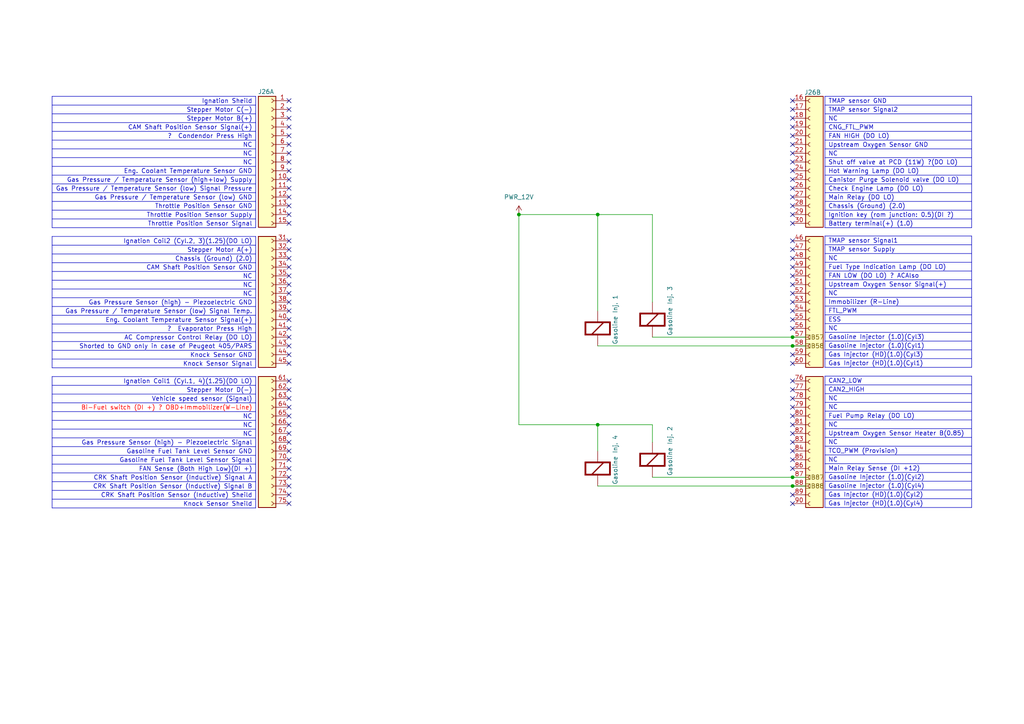
<source format=kicad_sch>
(kicad_sch (version 20250114) (generator "eeschema") (generator_version "9.0")
  (paper "A4")
  (lib_symbols
    (symbol "Elektuur_1:Re" (pin_numbers (hide yes)) (pin_names (offset 0) (hide yes))
      (property "Reference" "Re" (at 0.635 3.175 0))
      (property "Value" "Re" (at 0.635 -3.175 0))
      (symbol "Re_1_0"
        (pin passive line (at 0 5.08 270) (length 3.175) (name "+") (number "1"))
        (pin passive line (at 0 -5.08 90) (length 3.175) (name "-") (number "2"))
      )
      (symbol "Re_1_1"
        (polyline (pts (xy -3.683 -1.905) (xy 3.683 -1.905) (xy 3.683 1.905) (xy -3.683 1.905) (xy -3.683 -1.905) (xy -3.429 -1.651) (xy -3.429 1.651) (xy 3.429 1.651) (xy 3.429 -1.651) (xy -3.429 -1.651) (xy -3.683 -1.905)) (stroke (width 0.254)) (fill (type outline)))
        (polyline (pts (xy -1.778 -1.778) (xy 1.778 1.778)) (stroke (width 0.3556)))
      )
      (symbol "Re_1_2"
        (polyline (pts (xy -3.683 -1.905) (xy 3.683 -1.905) (xy 3.683 1.905) (xy -3.683 1.905) (xy -3.683 -1.905) (xy -3.429 -1.651) (xy -3.429 1.651) (xy 3.429 1.651) (xy 3.429 -1.651) (xy -3.429 -1.651) (xy -3.683 -1.905)) (stroke (width 0.254)) (fill (type outline)))
      )
    )
    (symbol "fab:PWR_12V" (power) (pin_names (offset 0))
      (property "Value" "PWR_12V" (at 0 3.556 0))
      (symbol "PWR_12V_0_1"
        (polyline (pts (xy -0.762 1.27) (xy 0 2.54)))
        (polyline (pts (xy 0 2.54) (xy 0.762 1.27)))
        (polyline (pts (xy 0 0) (xy 0 2.54)))
      )
      (symbol "PWR_12V_1_1"
        (pin power_in line (at 0 0 90) (length 0) (hide yes) (name "PWR_12V") (number "1"))
      )
    )
    (symbol "sicma_socket:Conn_01x90_3Row_Socket" (pin_names (offset 1.016) (hide yes))
      (property "Reference" "J" (at 1.524 60.833 0))
      (property "Value" "Conn_01x90_3Row_Socket" (at 1.397 -61.214 0))
      (symbol "Conn_01x90_3Row_Socket_1_1"
        (rectangle (start -0.508 59.69) (end 4.572 21.717) (stroke (width 0.254)) (fill (type background)))
        (polyline (pts (xy -0.508 58.42) (xy 0.254 58.42)) (stroke (width 0.1524)))
        (polyline (pts (xy -0.508 55.88) (xy 0.254 55.88)) (stroke (width 0.1524)))
        (polyline (pts (xy -0.508 53.34) (xy 0.254 53.34)) (stroke (width 0.1524)))
        (polyline (pts (xy -0.508 50.8) (xy 0.254 50.8)) (stroke (width 0.1524)))
        (polyline (pts (xy -0.508 48.26) (xy 0.254 48.26)) (stroke (width 0.1524)))
        (polyline (pts (xy -0.508 45.72) (xy 0.254 45.72)) (stroke (width 0.1524)))
        (polyline (pts (xy -0.508 43.18) (xy 0.254 43.18)) (stroke (width 0.1524)))
        (polyline (pts (xy -0.508 40.64) (xy 0.254 40.64)) (stroke (width 0.1524)))
        (polyline (pts (xy -0.508 38.1) (xy 0.254 38.1)) (stroke (width 0.1524)))
        (polyline (pts (xy -0.508 35.56) (xy 0.254 35.56)) (stroke (width 0.1524)))
        (polyline (pts (xy -0.508 33.02) (xy 0.254 33.02)) (stroke (width 0.1524)))
        (polyline (pts (xy -0.508 30.48) (xy 0.254 30.48)) (stroke (width 0.1524)))
        (polyline (pts (xy -0.508 27.94) (xy 0.254 27.94)) (stroke (width 0.1524)))
        (polyline (pts (xy -0.508 25.4) (xy 0.254 25.4)) (stroke (width 0.1524)))
        (polyline (pts (xy -0.508 22.86) (xy 0.254 22.86)) (stroke (width 0.1524)))
        (rectangle (start -0.508 19.05) (end 4.572 -18.923) (stroke (width 0.254)) (fill (type background)))
        (polyline (pts (xy -0.508 17.78) (xy 0.254 17.78)) (stroke (width 0.1524)))
        (polyline (pts (xy -0.508 15.24) (xy 0.254 15.24)) (stroke (width 0.1524)))
        (polyline (pts (xy -0.508 12.7) (xy 0.254 12.7)) (stroke (width 0.1524)))
        (polyline (pts (xy -0.508 10.16) (xy 0.254 10.16)) (stroke (width 0.1524)))
        (polyline (pts (xy -0.508 7.62) (xy 0.254 7.62)) (stroke (width 0.1524)))
        (polyline (pts (xy -0.508 5.08) (xy 0.254 5.08)) (stroke (width 0.1524)))
        (polyline (pts (xy -0.508 2.54) (xy 0.254 2.54)) (stroke (width 0.1524)))
        (polyline (pts (xy -0.508 0) (xy 0.254 0)) (stroke (width 0.1524)))
        (polyline (pts (xy -0.508 -2.54) (xy 0.254 -2.54)) (stroke (width 0.1524)))
        (polyline (pts (xy -0.508 -5.08) (xy 0.254 -5.08)) (stroke (width 0.1524)))
        (polyline (pts (xy -0.508 -7.62) (xy 0.254 -7.62)) (stroke (width 0.1524)))
        (polyline (pts (xy -0.508 -10.16) (xy 0.254 -10.16)) (stroke (width 0.1524)))
        (polyline (pts (xy -0.508 -12.7) (xy 0.254 -12.7)) (stroke (width 0.1524)))
        (polyline (pts (xy -0.508 -15.24) (xy 0.254 -15.24)) (stroke (width 0.1524)))
        (polyline (pts (xy -0.508 -17.78) (xy 0.254 -17.78)) (stroke (width 0.1524)))
        (rectangle (start -0.508 -21.59) (end 4.572 -59.563) (stroke (width 0.254)) (fill (type background)))
        (polyline (pts (xy -0.508 -22.86) (xy 0.254 -22.86)) (stroke (width 0.1524)))
        (polyline (pts (xy -0.508 -25.4) (xy 0.254 -25.4)) (stroke (width 0.1524)))
        (polyline (pts (xy -0.508 -27.94) (xy 0.254 -27.94)) (stroke (width 0.1524)))
        (polyline (pts (xy -0.508 -30.48) (xy 0.254 -30.48)) (stroke (width 0.1524)))
        (polyline (pts (xy -0.508 -33.02) (xy 0.254 -33.02)) (stroke (width 0.1524)))
        (polyline (pts (xy -0.508 -35.56) (xy 0.254 -35.56)) (stroke (width 0.1524)))
        (polyline (pts (xy -0.508 -38.1) (xy 0.254 -38.1)) (stroke (width 0.1524)))
        (polyline (pts (xy -0.508 -40.64) (xy 0.254 -40.64)) (stroke (width 0.1524)))
        (polyline (pts (xy -0.508 -43.18) (xy 0.254 -43.18)) (stroke (width 0.1524)))
        (polyline (pts (xy -0.508 -45.72) (xy 0.254 -45.72)) (stroke (width 0.1524)))
        (polyline (pts (xy -0.508 -48.26) (xy 0.254 -48.26)) (stroke (width 0.1524)))
        (polyline (pts (xy -0.508 -50.8) (xy 0.254 -50.8)) (stroke (width 0.1524)))
        (polyline (pts (xy -0.508 -53.34) (xy 0.254 -53.34)) (stroke (width 0.1524)))
        (polyline (pts (xy -0.508 -55.88) (xy 0.254 -55.88)) (stroke (width 0.1524)))
        (polyline (pts (xy -0.508 -58.42) (xy 0.254 -58.42)) (stroke (width 0.1524)))
        (arc (start 0.762 57.912) (mid 0.2562 58.42) (end 0.762 58.928) (stroke (width 0.1524)))
        (arc (start 0.762 55.372) (mid 0.2562 55.88) (end 0.762 56.388) (stroke (width 0.1524)))
        (arc (start 0.762 52.832) (mid 0.2562 53.34) (end 0.762 53.848) (stroke (width 0.1524)))
        (arc (start 0.762 50.292) (mid 0.2562 50.8) (end 0.762 51.308) (stroke (width 0.1524)))
        (arc (start 0.762 47.752) (mid 0.2562 48.26) (end 0.762 48.768) (stroke (width 0.1524)))
        (arc (start 0.762 45.212) (mid 0.2562 45.72) (end 0.762 46.228) (stroke (width 0.1524)))
        (arc (start 0.762 42.672) (mid 0.2562 43.18) (end 0.762 43.688) (stroke (width 0.1524)))
        (arc (start 0.762 40.132) (mid 0.2562 40.64) (end 0.762 41.148) (stroke (width 0.1524)))
        (arc (start 0.762 37.592) (mid 0.2562 38.1) (end 0.762 38.608) (stroke (width 0.1524)))
        (arc (start 0.762 35.052) (mid 0.2562 35.56) (end 0.762 36.068) (stroke (width 0.1524)))
        (arc (start 0.762 32.512) (mid 0.2562 33.02) (end 0.762 33.528) (stroke (width 0.1524)))
        (arc (start 0.762 29.972) (mid 0.2562 30.48) (end 0.762 30.988) (stroke (width 0.1524)))
        (arc (start 0.762 27.432) (mid 0.2562 27.94) (end 0.762 28.448) (stroke (width 0.1524)))
        (arc (start 0.762 24.892) (mid 0.2562 25.4) (end 0.762 25.908) (stroke (width 0.1524)))
        (arc (start 0.762 22.352) (mid 0.2562 22.86) (end 0.762 23.368) (stroke (width 0.1524)))
        (arc (start 0.762 17.272) (mid 0.2562 17.78) (end 0.762 18.288) (stroke (width 0.1524)))
        (arc (start 0.762 14.732) (mid 0.2562 15.24) (end 0.762 15.748) (stroke (width 0.1524)))
        (arc (start 0.762 12.192) (mid 0.2562 12.7) (end 0.762 13.208) (stroke (width 0.1524)))
        (arc (start 0.762 9.652) (mid 0.2562 10.16) (end 0.762 10.668) (stroke (width 0.1524)))
        (arc (start 0.762 7.112) (mid 0.2562 7.62) (end 0.762 8.128) (stroke (width 0.1524)))
        (arc (start 0.762 4.572) (mid 0.2562 5.08) (end 0.762 5.588) (stroke (width 0.1524)))
        (arc (start 0.762 2.032) (mid 0.2562 2.54) (end 0.762 3.048) (stroke (width 0.1524)))
        (arc (start 0.762 -0.508) (mid 0.2562 0) (end 0.762 0.508) (stroke (width 0.1524)))
        (arc (start 0.762 -3.048) (mid 0.2562 -2.54) (end 0.762 -2.032) (stroke (width 0.1524)))
        (arc (start 0.762 -5.588) (mid 0.2562 -5.08) (end 0.762 -4.572) (stroke (width 0.1524)))
        (arc (start 0.762 -8.128) (mid 0.2562 -7.62) (end 0.762 -7.112) (stroke (width 0.1524)))
        (arc (start 0.762 -10.668) (mid 0.2562 -10.16) (end 0.762 -9.652) (stroke (width 0.1524)))
        (arc (start 0.762 -13.208) (mid 0.2562 -12.7) (end 0.762 -12.192) (stroke (width 0.1524)))
        (arc (start 0.762 -15.748) (mid 0.2562 -15.24) (end 0.762 -14.732) (stroke (width 0.1524)))
        (arc (start 0.762 -18.288) (mid 0.2562 -17.78) (end 0.762 -17.272) (stroke (width 0.1524)))
        (arc (start 0.762 -23.368) (mid 0.2562 -22.86) (end 0.762 -22.352) (stroke (width 0.1524)))
        (arc (start 0.762 -25.908) (mid 0.2562 -25.4) (end 0.762 -24.892) (stroke (width 0.1524)))
        (arc (start 0.762 -28.448) (mid 0.2562 -27.94) (end 0.762 -27.432) (stroke (width 0.1524)))
        (arc (start 0.762 -30.988) (mid 0.2562 -30.48) (end 0.762 -29.972) (stroke (width 0.1524)))
        (arc (start 0.762 -33.528) (mid 0.2562 -33.02) (end 0.762 -32.512) (stroke (width 0.1524)))
        (arc (start 0.762 -36.068) (mid 0.2562 -35.56) (end 0.762 -35.052) (stroke (width 0.1524)))
        (arc (start 0.762 -38.608) (mid 0.2562 -38.1) (end 0.762 -37.592) (stroke (width 0.1524)))
        (arc (start 0.762 -41.148) (mid 0.2562 -40.64) (end 0.762 -40.132) (stroke (width 0.1524)))
        (arc (start 0.762 -43.688) (mid 0.2562 -43.18) (end 0.762 -42.672) (stroke (width 0.1524)))
        (arc (start 0.762 -46.228) (mid 0.2562 -45.72) (end 0.762 -45.212) (stroke (width 0.1524)))
        (arc (start 0.762 -48.768) (mid 0.2562 -48.26) (end 0.762 -47.752) (stroke (width 0.1524)))
        (arc (start 0.762 -51.308) (mid 0.2562 -50.8) (end 0.762 -50.292) (stroke (width 0.1524)))
        (arc (start 0.762 -53.848) (mid 0.2562 -53.34) (end 0.762 -52.832) (stroke (width 0.1524)))
        (arc (start 0.762 -56.388) (mid 0.2562 -55.88) (end 0.762 -55.372) (stroke (width 0.1524)))
        (arc (start 0.762 -58.928) (mid 0.2562 -58.42) (end 0.762 -57.912) (stroke (width 0.1524)))
        (pin passive line (at -4.318 58.42 0) (length 3.81) (name "A1") (number "1"))
        (pin passive line (at -4.318 55.88 0) (length 3.81) (name "A2") (number "2"))
        (pin passive line (at -4.318 53.34 0) (length 3.81) (name "A3") (number "3"))
        (pin passive line (at -4.318 50.8 0) (length 3.81) (name "A4") (number "4"))
        (pin passive line (at -4.318 48.26 0) (length 3.81) (name "A5") (number "5"))
        (pin passive line (at -4.318 45.72 0) (length 3.81) (name "A6") (number "6"))
        (pin passive line (at -4.318 43.18 0) (length 3.81) (name "A7") (number "7"))
        (pin passive line (at -4.318 40.64 0) (length 3.81) (name "A8") (number "8"))
        (pin passive line (at -4.318 38.1 0) (length 3.81) (name "A9") (number "9"))
        (pin passive line (at -4.318 35.56 0) (length 3.81) (name "A10") (number "10"))
        (pin passive line (at -4.318 33.02 0) (length 3.81) (name "A11") (number "11"))
        (pin passive line (at -4.318 30.48 0) (length 3.81) (name "A12") (number "12"))
        (pin passive line (at -4.318 27.94 0) (length 3.81) (name "A13") (number "13"))
        (pin passive line (at -4.318 25.4 0) (length 3.81) (name "A14") (number "14"))
        (pin passive line (at -4.318 22.86 0) (length 3.81) (name "A15") (number "15"))
        (pin passive line (at -4.318 17.78 0) (length 3.81) (name "A31") (number "31"))
        (pin passive line (at -4.318 15.24 0) (length 3.81) (name "A32") (number "32"))
        (pin passive line (at -4.318 12.7 0) (length 3.81) (name "A33") (number "33"))
        (pin passive line (at -4.318 10.16 0) (length 3.81) (name "A34") (number "34"))
        (pin passive line (at -4.318 7.62 0) (length 3.81) (name "A35") (number "35"))
        (pin passive line (at -4.318 5.08 0) (length 3.81) (name "A36") (number "36"))
        (pin passive line (at -4.318 2.54 0) (length 3.81) (name "A37") (number "37"))
        (pin passive line (at -4.318 0 0) (length 3.81) (name "A38") (number "38"))
        (pin passive line (at -4.318 -2.54 0) (length 3.81) (name "A39") (number "39"))
        (pin passive line (at -4.318 -5.08 0) (length 3.81) (name "A40") (number "40"))
        (pin passive line (at -4.318 -7.62 0) (length 3.81) (name "A41") (number "41"))
        (pin passive line (at -4.318 -10.16 0) (length 3.81) (name "A42") (number "42"))
        (pin passive line (at -4.318 -12.7 0) (length 3.81) (name "A43") (number "43"))
        (pin passive line (at -4.318 -15.24 0) (length 3.81) (name "A44") (number "44"))
        (pin passive line (at -4.318 -17.78 0) (length 3.81) (name "A45") (number "45"))
        (pin passive line (at -4.318 -22.86 0) (length 3.81) (name "A61") (number "61"))
        (pin passive line (at -4.318 -25.4 0) (length 3.81) (name "A62") (number "62"))
        (pin passive line (at -4.318 -27.94 0) (length 3.81) (name "A63") (number "63"))
        (pin passive line (at -4.318 -30.48 0) (length 3.81) (name "A64") (number "64"))
        (pin passive line (at -4.318 -33.02 0) (length 3.81) (name "A65") (number "65"))
        (pin passive line (at -4.318 -35.56 0) (length 3.81) (name "A66") (number "66"))
        (pin passive line (at -4.318 -38.1 0) (length 3.81) (name "A67") (number "67"))
        (pin passive line (at -4.318 -40.64 0) (length 3.81) (name "A68") (number "68"))
        (pin passive line (at -4.318 -43.18 0) (length 3.81) (name "A69") (number "69"))
        (pin passive line (at -4.318 -45.72 0) (length 3.81) (name "A70") (number "70"))
        (pin passive line (at -4.318 -48.26 0) (length 3.81) (name "A71") (number "71"))
        (pin passive line (at -4.318 -50.8 0) (length 3.81) (name "A72") (number "72"))
        (pin passive line (at -4.318 -53.34 0) (length 3.81) (name "A73") (number "73"))
        (pin passive line (at -4.318 -55.88 0) (length 3.81) (name "A74") (number "74"))
        (pin passive line (at -4.318 -58.42 0) (length 3.81) (name "A75") (number "75"))
      )
      (symbol "Conn_01x90_3Row_Socket_2_1"
        (rectangle (start -0.508 59.69) (end 4.572 21.717) (stroke (width 0.254)) (fill (type background)))
        (polyline (pts (xy -0.508 58.42) (xy 0.254 58.42)) (stroke (width 0.1524)))
        (polyline (pts (xy -0.508 55.88) (xy 0.254 55.88)) (stroke (width 0.1524)))
        (polyline (pts (xy -0.508 53.34) (xy 0.254 53.34)) (stroke (width 0.1524)))
        (polyline (pts (xy -0.508 50.8) (xy 0.254 50.8)) (stroke (width 0.1524)))
        (polyline (pts (xy -0.508 48.26) (xy 0.254 48.26)) (stroke (width 0.1524)))
        (polyline (pts (xy -0.508 45.72) (xy 0.254 45.72)) (stroke (width 0.1524)))
        (polyline (pts (xy -0.508 43.18) (xy 0.254 43.18)) (stroke (width 0.1524)))
        (polyline (pts (xy -0.508 40.64) (xy 0.254 40.64)) (stroke (width 0.1524)))
        (polyline (pts (xy -0.508 38.1) (xy 0.254 38.1)) (stroke (width 0.1524)))
        (polyline (pts (xy -0.508 35.56) (xy 0.254 35.56)) (stroke (width 0.1524)))
        (polyline (pts (xy -0.508 33.02) (xy 0.254 33.02)) (stroke (width 0.1524)))
        (polyline (pts (xy -0.508 30.48) (xy 0.254 30.48)) (stroke (width 0.1524)))
        (polyline (pts (xy -0.508 27.94) (xy 0.254 27.94)) (stroke (width 0.1524)))
        (polyline (pts (xy -0.508 25.4) (xy 0.254 25.4)) (stroke (width 0.1524)))
        (polyline (pts (xy -0.508 22.86) (xy 0.254 22.86)) (stroke (width 0.1524)))
        (rectangle (start -0.508 19.05) (end 4.572 -18.923) (stroke (width 0.254)) (fill (type background)))
        (polyline (pts (xy -0.508 17.78) (xy 0.254 17.78)) (stroke (width 0.1524)))
        (polyline (pts (xy -0.508 15.24) (xy 0.254 15.24)) (stroke (width 0.1524)))
        (polyline (pts (xy -0.508 12.7) (xy 0.254 12.7)) (stroke (width 0.1524)))
        (polyline (pts (xy -0.508 10.16) (xy 0.254 10.16)) (stroke (width 0.1524)))
        (polyline (pts (xy -0.508 7.62) (xy 0.254 7.62)) (stroke (width 0.1524)))
        (polyline (pts (xy -0.508 5.08) (xy 0.254 5.08)) (stroke (width 0.1524)))
        (polyline (pts (xy -0.508 2.54) (xy 0.254 2.54)) (stroke (width 0.1524)))
        (polyline (pts (xy -0.508 0) (xy 0.254 0)) (stroke (width 0.1524)))
        (polyline (pts (xy -0.508 -2.54) (xy 0.254 -2.54)) (stroke (width 0.1524)))
        (polyline (pts (xy -0.508 -5.08) (xy 0.254 -5.08)) (stroke (width 0.1524)))
        (polyline (pts (xy -0.508 -7.62) (xy 0.254 -7.62)) (stroke (width 0.1524)))
        (polyline (pts (xy -0.508 -10.16) (xy 0.254 -10.16)) (stroke (width 0.1524)))
        (polyline (pts (xy -0.508 -12.7) (xy 0.254 -12.7)) (stroke (width 0.1524)))
        (polyline (pts (xy -0.508 -15.24) (xy 0.254 -15.24)) (stroke (width 0.1524)))
        (polyline (pts (xy -0.508 -17.78) (xy 0.254 -17.78)) (stroke (width 0.1524)))
        (rectangle (start -0.508 -21.59) (end 4.572 -59.563) (stroke (width 0.254)) (fill (type background)))
        (polyline (pts (xy -0.508 -22.86) (xy 0.254 -22.86)) (stroke (width 0.1524)))
        (polyline (pts (xy -0.508 -25.4) (xy 0.254 -25.4)) (stroke (width 0.1524)))
        (polyline (pts (xy -0.508 -27.94) (xy 0.254 -27.94)) (stroke (width 0.1524)))
        (polyline (pts (xy -0.508 -30.48) (xy 0.254 -30.48)) (stroke (width 0.1524)))
        (polyline (pts (xy -0.508 -33.02) (xy 0.254 -33.02)) (stroke (width 0.1524)))
        (polyline (pts (xy -0.508 -35.56) (xy 0.254 -35.56)) (stroke (width 0.1524)))
        (polyline (pts (xy -0.508 -38.1) (xy 0.254 -38.1)) (stroke (width 0.1524)))
        (polyline (pts (xy -0.508 -40.64) (xy 0.254 -40.64)) (stroke (width 0.1524)))
        (polyline (pts (xy -0.508 -43.18) (xy 0.254 -43.18)) (stroke (width 0.1524)))
        (polyline (pts (xy -0.508 -45.72) (xy 0.254 -45.72)) (stroke (width 0.1524)))
        (polyline (pts (xy -0.508 -48.26) (xy 0.254 -48.26)) (stroke (width 0.1524)))
        (polyline (pts (xy -0.508 -50.8) (xy 0.254 -50.8)) (stroke (width 0.1524)))
        (polyline (pts (xy -0.508 -53.34) (xy 0.254 -53.34)) (stroke (width 0.1524)))
        (polyline (pts (xy -0.508 -55.88) (xy 0.254 -55.88)) (stroke (width 0.1524)))
        (polyline (pts (xy -0.508 -58.42) (xy 0.254 -58.42)) (stroke (width 0.1524)))
        (arc (start 0.762 57.912) (mid 0.2562 58.42) (end 0.762 58.928) (stroke (width 0.1524)))
        (arc (start 0.762 55.372) (mid 0.2562 55.88) (end 0.762 56.388) (stroke (width 0.1524)))
        (arc (start 0.762 52.832) (mid 0.2562 53.34) (end 0.762 53.848) (stroke (width 0.1524)))
        (arc (start 0.762 50.292) (mid 0.2562 50.8) (end 0.762 51.308) (stroke (width 0.1524)))
        (arc (start 0.762 47.752) (mid 0.2562 48.26) (end 0.762 48.768) (stroke (width 0.1524)))
        (arc (start 0.762 45.212) (mid 0.2562 45.72) (end 0.762 46.228) (stroke (width 0.1524)))
        (arc (start 0.762 42.672) (mid 0.2562 43.18) (end 0.762 43.688) (stroke (width 0.1524)))
        (arc (start 0.762 40.132) (mid 0.2562 40.64) (end 0.762 41.148) (stroke (width 0.1524)))
        (arc (start 0.762 37.592) (mid 0.2562 38.1) (end 0.762 38.608) (stroke (width 0.1524)))
        (arc (start 0.762 35.052) (mid 0.2562 35.56) (end 0.762 36.068) (stroke (width 0.1524)))
        (arc (start 0.762 32.512) (mid 0.2562 33.02) (end 0.762 33.528) (stroke (width 0.1524)))
        (arc (start 0.762 29.972) (mid 0.2562 30.48) (end 0.762 30.988) (stroke (width 0.1524)))
        (arc (start 0.762 27.432) (mid 0.2562 27.94) (end 0.762 28.448) (stroke (width 0.1524)))
        (arc (start 0.762 24.892) (mid 0.2562 25.4) (end 0.762 25.908) (stroke (width 0.1524)))
        (arc (start 0.762 22.352) (mid 0.2562 22.86) (end 0.762 23.368) (stroke (width 0.1524)))
        (arc (start 0.762 17.272) (mid 0.2562 17.78) (end 0.762 18.288) (stroke (width 0.1524)))
        (arc (start 0.762 14.732) (mid 0.2562 15.24) (end 0.762 15.748) (stroke (width 0.1524)))
        (arc (start 0.762 12.192) (mid 0.2562 12.7) (end 0.762 13.208) (stroke (width 0.1524)))
        (arc (start 0.762 9.652) (mid 0.2562 10.16) (end 0.762 10.668) (stroke (width 0.1524)))
        (arc (start 0.762 7.112) (mid 0.2562 7.62) (end 0.762 8.128) (stroke (width 0.1524)))
        (arc (start 0.762 4.572) (mid 0.2562 5.08) (end 0.762 5.588) (stroke (width 0.1524)))
        (arc (start 0.762 2.032) (mid 0.2562 2.54) (end 0.762 3.048) (stroke (width 0.1524)))
        (arc (start 0.762 -0.508) (mid 0.2562 0) (end 0.762 0.508) (stroke (width 0.1524)))
        (arc (start 0.762 -3.048) (mid 0.2562 -2.54) (end 0.762 -2.032) (stroke (width 0.1524)))
        (arc (start 0.762 -5.588) (mid 0.2562 -5.08) (end 0.762 -4.572) (stroke (width 0.1524)))
        (arc (start 0.762 -8.128) (mid 0.2562 -7.62) (end 0.762 -7.112) (stroke (width 0.1524)))
        (arc (start 0.762 -10.668) (mid 0.2562 -10.16) (end 0.762 -9.652) (stroke (width 0.1524)))
        (arc (start 0.762 -13.208) (mid 0.2562 -12.7) (end 0.762 -12.192) (stroke (width 0.1524)))
        (arc (start 0.762 -15.748) (mid 0.2562 -15.24) (end 0.762 -14.732) (stroke (width 0.1524)))
        (arc (start 0.762 -18.288) (mid 0.2562 -17.78) (end 0.762 -17.272) (stroke (width 0.1524)))
        (arc (start 0.762 -23.368) (mid 0.2562 -22.86) (end 0.762 -22.352) (stroke (width 0.1524)))
        (arc (start 0.762 -25.908) (mid 0.2562 -25.4) (end 0.762 -24.892) (stroke (width 0.1524)))
        (arc (start 0.762 -28.448) (mid 0.2562 -27.94) (end 0.762 -27.432) (stroke (width 0.1524)))
        (arc (start 0.762 -30.988) (mid 0.2562 -30.48) (end 0.762 -29.972) (stroke (width 0.1524)))
        (arc (start 0.762 -33.528) (mid 0.2562 -33.02) (end 0.762 -32.512) (stroke (width 0.1524)))
        (arc (start 0.762 -36.068) (mid 0.2562 -35.56) (end 0.762 -35.052) (stroke (width 0.1524)))
        (arc (start 0.762 -38.608) (mid 0.2562 -38.1) (end 0.762 -37.592) (stroke (width 0.1524)))
        (arc (start 0.762 -41.148) (mid 0.2562 -40.64) (end 0.762 -40.132) (stroke (width 0.1524)))
        (arc (start 0.762 -43.688) (mid 0.2562 -43.18) (end 0.762 -42.672) (stroke (width 0.1524)))
        (arc (start 0.762 -46.228) (mid 0.2562 -45.72) (end 0.762 -45.212) (stroke (width 0.1524)))
        (arc (start 0.762 -48.768) (mid 0.2562 -48.26) (end 0.762 -47.752) (stroke (width 0.1524)))
        (arc (start 0.762 -51.308) (mid 0.2562 -50.8) (end 0.762 -50.292) (stroke (width 0.1524)))
        (arc (start 0.762 -53.848) (mid 0.2562 -53.34) (end 0.762 -52.832) (stroke (width 0.1524)))
        (arc (start 0.762 -56.388) (mid 0.2562 -55.88) (end 0.762 -55.372) (stroke (width 0.1524)))
        (arc (start 0.762 -58.928) (mid 0.2562 -58.42) (end 0.762 -57.912) (stroke (width 0.1524)))
        (pin passive line (at -4.318 58.42 0) (length 3.81) (name "B16") (number "16"))
        (pin passive line (at -4.318 55.88 0) (length 3.81) (name "B17") (number "17"))
        (pin passive line (at -4.318 53.34 0) (length 3.81) (name "B18") (number "18"))
        (pin passive line (at -4.318 50.8 0) (length 3.81) (name "B19") (number "19"))
        (pin passive line (at -4.318 48.26 0) (length 3.81) (name "B20") (number "20"))
        (pin passive line (at -4.318 45.72 0) (length 3.81) (name "B21") (number "21"))
        (pin passive line (at -4.318 43.18 0) (length 3.81) (name "B22") (number "22"))
        (pin passive line (at -4.318 40.64 0) (length 3.81) (name "B23") (number "23"))
        (pin passive line (at -4.318 38.1 0) (length 3.81) (name "B24") (number "24"))
        (pin passive line (at -4.318 35.56 0) (length 3.81) (name "B25") (number "25"))
        (pin passive line (at -4.318 33.02 0) (length 3.81) (name "B26") (number "26"))
        (pin passive line (at -4.318 30.48 0) (length 3.81) (name "B27") (number "27"))
        (pin passive line (at -4.318 27.94 0) (length 3.81) (name "B28") (number "28"))
        (pin passive line (at -4.318 25.4 0) (length 3.81) (name "B29") (number "29"))
        (pin passive line (at -4.318 22.86 0) (length 3.81) (name "B30") (number "30"))
        (pin passive line (at -4.318 17.78 0) (length 3.81) (name "B46") (number "46"))
        (pin passive line (at -4.318 15.24 0) (length 3.81) (name "B47") (number "47"))
        (pin passive line (at -4.318 12.7 0) (length 3.81) (name "B48") (number "48"))
        (pin passive line (at -4.318 10.16 0) (length 3.81) (name "B49") (number "49"))
        (pin passive line (at -4.318 7.62 0) (length 3.81) (name "B50") (number "50"))
        (pin passive line (at -4.318 5.08 0) (length 3.81) (name "B51") (number "51"))
        (pin passive line (at -4.318 2.54 0) (length 3.81) (name "B52") (number "52"))
        (pin passive line (at -4.318 0 0) (length 3.81) (name "B53") (number "53"))
        (pin passive line (at -4.318 -2.54 0) (length 3.81) (name "B54") (number "54"))
        (pin passive line (at -4.318 -5.08 0) (length 3.81) (name "B55") (number "55"))
        (pin passive line (at -4.318 -7.62 0) (length 3.81) (name "B56") (number "56"))
        (pin passive line (at -4.318 -10.16 0) (length 3.81) (name "B57") (number "57"))
        (pin passive line (at -4.318 -12.7 0) (length 3.81) (name "B58") (number "58"))
        (pin passive line (at -4.318 -15.24 0) (length 3.81) (name "B59") (number "59"))
        (pin passive line (at -4.318 -17.78 0) (length 3.81) (name "B60") (number "60"))
        (pin passive line (at -4.318 -22.86 0) (length 3.81) (name "B76") (number "76"))
        (pin passive line (at -4.318 -25.4 0) (length 3.81) (name "B77") (number "77"))
        (pin passive line (at -4.318 -27.94 0) (length 3.81) (name "B78") (number "78"))
        (pin passive line (at -4.318 -30.48 0) (length 3.81) (name "B79") (number "79"))
        (pin passive line (at -4.318 -33.02 0) (length 3.81) (name "B80") (number "80"))
        (pin passive line (at -4.318 -35.56 0) (length 3.81) (name "B81") (number "81"))
        (pin passive line (at -4.318 -38.1 0) (length 3.81) (name "B82") (number "82"))
        (pin passive line (at -4.318 -40.64 0) (length 3.81) (name "B83") (number "83"))
        (pin passive line (at -4.318 -43.18 0) (length 3.81) (name "B84") (number "84"))
        (pin passive line (at -4.318 -45.72 0) (length 3.81) (name "B85") (number "85"))
        (pin passive line (at -4.318 -48.26 0) (length 3.81) (name "B86") (number "86"))
        (pin passive line (at -4.318 -50.8 0) (length 3.81) (name "B87") (number "87"))
        (pin passive line (at -4.318 -53.34 0) (length 3.81) (name "B88") (number "88"))
        (pin passive line (at -4.318 -55.88 0) (length 3.81) (name "B89") (number "89"))
        (pin passive line (at -4.318 -58.42 0) (length 3.81) (name "B90") (number "90"))
      )
    )
  )
  (junction (at 229.87 138.43))
  (junction (at 173.355 123.19))
  (junction (at 229.87 97.79))
  (junction (at 173.355 62.23))
  (junction (at 150.495 62.23))
  (junction (at 229.87 140.97))
  (junction (at 229.87 100.33))
  (no_connect (at 229.87 29.21))
  (no_connect (at 229.87 82.55))
  (no_connect (at 83.82 69.85))
  (no_connect (at 83.82 29.21))
  (no_connect (at 83.82 87.63))
  (no_connect (at 83.82 95.25))
  (no_connect (at 229.87 92.71))
  (no_connect (at 229.87 57.15))
  (no_connect (at 83.82 125.73))
  (no_connect (at 229.87 118.11))
  (no_connect (at 229.87 128.27))
  (no_connect (at 229.87 31.75))
  (no_connect (at 229.87 62.23))
  (no_connect (at 229.87 64.77))
  (no_connect (at 83.82 31.75))
  (no_connect (at 229.87 36.83))
  (no_connect (at 229.87 102.87))
  (no_connect (at 83.82 64.77))
  (no_connect (at 83.82 77.47))
  (no_connect (at 83.82 49.53))
  (no_connect (at 229.87 90.17))
  (no_connect (at 229.87 85.09))
  (no_connect (at 229.87 34.29))
  (no_connect (at 229.87 80.01))
  (no_connect (at 83.82 36.83))
  (no_connect (at 229.87 120.65))
  (no_connect (at 229.87 113.03))
  (no_connect (at 83.82 80.01))
  (no_connect (at 229.87 39.37))
  (no_connect (at 83.82 130.81))
  (no_connect (at 83.82 113.03))
  (no_connect (at 83.82 133.35))
  (no_connect (at 83.82 102.87))
  (no_connect (at 83.82 135.89))
  (no_connect (at 229.87 135.89))
  (no_connect (at 83.82 59.69))
  (no_connect (at 83.82 62.23))
  (no_connect (at 83.82 138.43))
  (no_connect (at 83.82 90.17))
  (no_connect (at 83.82 105.41))
  (no_connect (at 83.82 123.19))
  (no_connect (at 229.87 41.91))
  (no_connect (at 83.82 39.37))
  (no_connect (at 83.82 82.55))
  (no_connect (at 229.87 74.93))
  (no_connect (at 83.82 118.11))
  (no_connect (at 229.87 105.41))
  (no_connect (at 229.87 130.81))
  (no_connect (at 229.87 146.05))
  (no_connect (at 83.82 52.07))
  (no_connect (at 83.82 115.57))
  (no_connect (at 83.82 34.29))
  (no_connect (at 83.82 97.79))
  (no_connect (at 229.87 87.63))
  (no_connect (at 83.82 120.65))
  (no_connect (at 83.82 44.45))
  (no_connect (at 229.87 49.53))
  (no_connect (at 83.82 100.33))
  (no_connect (at 229.87 95.25))
  (no_connect (at 83.82 128.27))
  (no_connect (at 83.82 140.97))
  (no_connect (at 229.87 54.61))
  (no_connect (at 229.87 44.45))
  (no_connect (at 229.87 69.85))
  (no_connect (at 83.82 92.71))
  (no_connect (at 83.82 85.09))
  (no_connect (at 229.87 46.99))
  (no_connect (at 83.82 72.39))
  (no_connect (at 229.87 125.73))
  (no_connect (at 83.82 143.51))
  (no_connect (at 83.82 74.93))
  (no_connect (at 229.87 133.35))
  (no_connect (at 229.87 123.19))
  (no_connect (at 229.87 143.51))
  (no_connect (at 229.87 52.07))
  (no_connect (at 229.87 115.57))
  (no_connect (at 83.82 110.49))
  (no_connect (at 83.82 54.61))
  (no_connect (at 229.87 77.47))
  (no_connect (at 83.82 146.05))
  (no_connect (at 229.87 110.49))
  (no_connect (at 83.82 57.15))
  (no_connect (at 83.82 41.91))
  (no_connect (at 83.82 46.99))
  (no_connect (at 229.87 59.69))
  (no_connect (at 229.87 72.39))
  (wire (pts (xy 150.495 62.23) (xy 173.355 62.23)))
  (wire (pts (xy 229.87 97.79) (xy 233.68 97.79)))
  (wire (pts (xy 173.355 140.97) (xy 229.87 140.97)))
  (wire (pts (xy 189.23 138.43) (xy 229.87 138.43)))
  (wire (pts (xy 150.495 123.19) (xy 173.355 123.19)))
  (wire (pts (xy 229.87 140.97) (xy 233.68 140.97)))
  (wire (pts (xy 173.355 90.17) (xy 173.355 62.23)))
  (wire (pts (xy 189.23 97.79) (xy 229.87 97.79)))
  (wire (pts (xy 173.355 100.33) (xy 229.87 100.33)))
  (wire (pts (xy 189.23 128.27) (xy 189.23 123.19)))
  (wire (pts (xy 229.87 138.43) (xy 233.68 138.43)))
  (wire (pts (xy 229.87 100.33) (xy 233.68 100.33)))
  (wire (pts (xy 173.355 123.19) (xy 173.355 130.81)))
  (wire (pts (xy 173.355 62.23) (xy 189.23 62.23)))
  (wire (pts (xy 150.495 123.19) (xy 150.495 62.23)))
  (wire (pts (xy 189.23 123.19) (xy 173.355 123.19)))
  (wire (pts (xy 189.23 62.23) (xy 189.23 87.63)))
  (table (column_count 1) (border (external yes) (header yes)) (separators (rows yes) (cols yes)) (column_widths 42.545) (row_heights 2.54 2.54 2.54 2.54 2.54 2.54 2.54 2.54 2.54 2.54 2.54 2.54 2.54 2.54 2.54) (cells (table_cell "CAN2_LOW" (at 239.268 109.093 0) (size 42.545 2.54) (margins 0.9525 0.9525 0.9525 0.9525) (span 1 1)) (table_cell "CAN2_HIGH" (at 239.268 111.633 0) (size 42.545 2.54) (margins 0.9525 0.9525 0.9525 0.9525) (span 1 1)) (table_cell "NC" (at 239.268 114.173 0) (size 42.545 2.54) (margins 0.9525 0.9525 0.9525 0.9525) (span 1 1)) (table_cell "NC" (at 239.268 116.713 0) (size 42.545 2.54) (margins 0.9525 0.9525 0.9525 0.9525) (span 1 1)) (table_cell "Fuel Pump Relay (DO LO)" (at 239.268 119.253 0) (size 42.545 2.54) (margins 0.9525 0.9525 0.9525 0.9525) (span 1 1)) (table_cell "NC" (at 239.268 121.793 0) (size 42.545 2.54) (margins 0.9525 0.9525 0.9525 0.9525) (span 1 1)) (table_cell "Upstream Oxygen Sensor Heater B(0.85)" (at 239.268 124.333 0) (size 42.545 2.54) (margins 0.9525 0.9525 0.9525 0.9525) (span 1 1)) (table_cell "NC" (at 239.268 126.873 0) (size 42.545 2.54) (margins 0.9525 0.9525 0.9525 0.9525) (span 1 1)) (table_cell "TCO_PWM (Provision)" (at 239.268 129.413 0) (size 42.545 2.54) (margins 0.9525 0.9525 0.9525 0.9525) (span 1 1)) (table_cell "NC" (at 239.268 131.953 0) (size 42.545 2.54) (margins 0.9525 0.9525 0.9525 0.9525) (span 1 1)) (table_cell "Main Relay Sense (DI +12)" (at 239.268 134.493 0) (size 42.545 2.54) (margins 0.9525 0.9525 0.9525 0.9525) (span 1 1)) (table_cell "Gasoline Injector (1.0)(Cyl2)" (at 239.268 137.033 0) (size 42.545 2.54) (margins 0.9525 0.9525 0.9525 0.9525) (span 1 1)) (table_cell "Gasoline Injector (1.0)(Cyl4)" (at 239.268 139.573 0) (size 42.545 2.54) (margins 0.9525 0.9525 0.9525 0.9525) (span 1 1)) (table_cell "Gas Injector (HD)(1.0)(Cyl2)" (at 239.268 142.113 0) (size 42.545 2.54) (margins 0.9525 0.9525 0.9525 0.9525) (span 1 1)) (table_cell "Gas Injector (HD)(1.0)(Cyl4)" (at 239.268 144.653 0) (size 42.545 2.54) (margins 0.9525 0.9525 0.9525 0.9525) (span 1 1))))
  (table (column_count 1) (border (external yes) (header no)) (separators (rows yes) (cols no)) (column_widths 59.055) (row_heights 2.54 2.54 2.54 2.54 2.54 2.54 2.54 2.54 2.54 2.54 2.54 2.54 2.54 2.54 2.54) (cells (table_cell "Ignation Sheild" (at 15.113 27.94 0) (size 59.055 2.54) (margins 0.9525 0.9525 0.9525 0.9525) (span 1 1)) (table_cell "Stepper Motor C(-)" (at 15.113 30.48 0) (size 59.055 2.54) (margins 0.9525 0.9525 0.9525 0.9525) (span 1 1)) (table_cell "Stepper Motor B(+)" (at 15.113 33.02 0) (size 59.055 2.54) (margins 0.9525 0.9525 0.9525 0.9525) (span 1 1)) (table_cell "CAM Shaft Position Sensor Signal(+)" (at 15.113 35.56 0) (size 59.055 2.54) (margins 0.9525 0.9525 0.9525 0.9525) (span 1 1)) (table_cell "?  Condendor Press High" (at 15.113 38.1 0) (size 59.055 2.54) (margins 0.9525 0.9525 0.9525 0.9525) (span 1 1)) (table_cell "NC" (at 15.113 40.64 0) (size 59.055 2.54) (margins 0.9525 0.9525 0.9525 0.9525) (span 1 1)) (table_cell "NC" (at 15.113 43.18 0) (size 59.055 2.54) (margins 0.9525 0.9525 0.9525 0.9525) (span 1 1)) (table_cell "NC" (at 15.113 45.72 0) (size 59.055 2.54) (margins 0.9525 0.9525 0.9525 0.9525) (span 1 1)) (table_cell "Eng. Coolant Temperature Sensor GND" (at 15.113 48.26 0) (size 59.055 2.54) (margins 0.9525 0.9525 0.9525 0.9525) (span 1 1)) (table_cell "Gas Pressure / Temperature Sensor (high+low) Supply" (at 15.113 50.8 0) (size 59.055 2.54) (margins 0.9525 0.9525 0.9525 0.9525) (span 1 1)) (table_cell "Gas Pressure / Temperature Sensor (low) Signal Pressure" (at 15.113 53.34 0) (size 59.055 2.54) (margins 0.9525 0.9525 0.9525 0.9525) (span 1 1)) (table_cell "Gas Pressure / Temperature Sensor (low) GND" (at 15.113 55.88 0) (size 59.055 2.54) (margins 0.9525 0.9525 0.9525 0.9525) (span 1 1)) (table_cell "Throttle Position Sensor GND" (at 15.113 58.42 0) (size 59.055 2.54) (margins 0.9525 0.9525 0.9525 0.9525) (span 1 1)) (table_cell "Throttle Position Sensor Supply" (at 15.113 60.96 0) (size 59.055 2.54) (margins 0.9525 0.9525 0.9525 0.9525) (span 1 1)) (table_cell "Throttle Position Sensor Signal" (at 15.113 63.5 0) (size 59.055 2.54) (margins 0.9525 0.9525 0.9525 0.9525) (span 1 1))))
  (table (column_count 1) (border (external yes) (header yes)) (separators (rows yes) (cols yes)) (column_widths 42.545) (row_heights 2.54 2.54 2.54 2.54 2.54 2.54 2.54 2.54 2.54 2.54 2.54 2.54 2.54 2.54 2.54) (cells (table_cell "TMAP sensor Signal1" (at 239.268 68.453 0) (size 42.545 2.54) (margins 0.9525 0.9525 0.9525 0.9525) (span 1 1)) (table_cell "TMAP sensor Supply" (at 239.268 70.993 0) (size 42.545 2.54) (margins 0.9525 0.9525 0.9525 0.9525) (span 1 1)) (table_cell "NC" (at 239.268 73.533 0) (size 42.545 2.54) (margins 0.9525 0.9525 0.9525 0.9525) (span 1 1)) (table_cell "Fuel Type Indication Lamp (DO LO)" (at 239.268 76.073 0) (size 42.545 2.54) (margins 0.9525 0.9525 0.9525 0.9525) (span 1 1)) (table_cell "FAN LOW (DO LO) ? ACAlso" (at 239.268 78.613 0) (size 42.545 2.54) (margins 0.9525 0.9525 0.9525 0.9525) (span 1 1)) (table_cell "Upstream Oxygen Sensor Signal(+)" (at 239.268 81.153 0) (size 42.545 2.54) (margins 0.9525 0.9525 0.9525 0.9525) (span 1 1)) (table_cell "NC" (at 239.268 83.693 0) (size 42.545 2.54) (margins 0.9525 0.9525 0.9525 0.9525) (span 1 1)) (table_cell "Immobilizer (R-Line)" (at 239.268 86.233 0) (size 42.545 2.54) (margins 0.9525 0.9525 0.9525 0.9525) (span 1 1)) (table_cell "FTL_PWM" (at 239.268 88.773 0) (size 42.545 2.54) (margins 0.9525 0.9525 0.9525 0.9525) (span 1 1)) (table_cell "ESS" (at 239.268 91.313 0) (size 42.545 2.54) (margins 0.9525 0.9525 0.9525 0.9525) (span 1 1)) (table_cell "NC" (at 239.268 93.853 0) (size 42.545 2.54) (margins 0.9525 0.9525 0.9525 0.9525) (span 1 1)) (table_cell "Gasoline Injector (1.0)(Cyl3)" (at 239.268 96.393 0) (size 42.545 2.54) (margins 0.9525 0.9525 0.9525 0.9525) (span 1 1)) (table_cell "Gasoline Injector (1.0)(Cyl1)" (at 239.268 98.933 0) (size 42.545 2.54) (margins 0.9525 0.9525 0.9525 0.9525) (span 1 1)) (table_cell "Gas Injector (HD)(1.0)(Cyl3)" (at 239.268 101.473 0) (size 42.545 2.54) (margins 0.9525 0.9525 0.9525 0.9525) (span 1 1)) (table_cell "Gas Injector (HD)(1.0)(Cyl1)" (at 239.268 104.013 0) (size 42.545 2.54) (margins 0.9525 0.9525 0.9525 0.9525) (span 1 1))))
  (table (column_count 1) (border (external yes) (header yes)) (separators (rows yes) (cols yes)) (column_widths 59.055) (row_heights 2.54 2.54 2.54 2.54 2.54 2.54 2.54 2.54 2.54 2.54 2.54 2.54 2.54 2.54 2.54) (cells (table_cell "Ignation Coil2 (Cyl.2, 3)(1.25)(DO LO)" (at 15.113 68.58 0) (size 59.055 2.54) (margins 0.9525 0.9525 0.9525 0.9525) (span 1 1)) (table_cell "Stepper Motor A(+)" (at 15.113 71.12 0) (size 59.055 2.54) (margins 0.9525 0.9525 0.9525 0.9525) (span 1 1)) (table_cell "Chassis (Ground) (2.0)" (at 15.113 73.66 0) (size 59.055 2.54) (margins 0.9525 0.9525 0.9525 0.9525) (span 1 1)) (table_cell "CAM Shaft Position Sensor GND" (at 15.113 76.2 0) (size 59.055 2.54) (margins 0.9525 0.9525 0.9525 0.9525) (span 1 1)) (table_cell "NC" (at 15.113 78.74 0) (size 59.055 2.54) (margins 0.9525 0.9525 0.9525 0.9525) (span 1 1)) (table_cell "NC" (at 15.113 81.28 0) (size 59.055 2.54) (margins 0.9525 0.9525 0.9525 0.9525) (span 1 1)) (table_cell "NC" (at 15.113 83.82 0) (size 59.055 2.54) (margins 0.9525 0.9525 0.9525 0.9525) (span 1 1)) (table_cell "Gas Pressure Sensor (high) - Piezoelectric GND" (at 15.113 86.36 0) (size 59.055 2.54) (margins 0.9525 0.9525 0.9525 0.9525) (span 1 1)) (table_cell "Gas Pressure / Temperature Sensor (low) Signal Temp." (at 15.113 88.9 0) (size 59.055 2.54) (margins 0.9525 0.9525 0.9525 0.9525) (span 1 1)) (table_cell "Eng. Coolant Temperature Sensor Signal(+)" (at 15.113 91.44 0) (size 59.055 2.54) (margins 0.9525 0.9525 0.9525 0.9525) (span 1 1)) (table_cell "?  Evaporator Press High" (at 15.113 93.98 0) (size 59.055 2.54) (margins 0.9525 0.9525 0.9525 0.9525) (span 1 1)) (table_cell "AC Compressor Control Relay (DO LO)" (at 15.113 96.52 0) (size 59.055 2.54) (margins 0.9525 0.9525 0.9525 0.9525) (span 1 1)) (table_cell "Shorted to GND only in case of Peugeot 405/PARS" (at 15.113 99.06 0) (size 59.055 2.54) (margins 0.9525 0.9525 0.9525 0.9525) (span 1 1)) (table_cell "Knock Sensor GND" (at 15.113 101.6 0) (size 59.055 2.54) (margins 0.9525 0.9525 0.9525 0.9525) (span 1 1)) (table_cell "Knock Sensor Signal" (at 15.113 104.14 0) (size 59.055 2.54) (margins 0.9525 0.9525 0.9525 0.9525) (span 1 1))))
  (table (column_count 1) (border (external yes) (header yes)) (separators (rows yes) (cols yes)) (column_widths 59.055) (row_heights 2.54 2.54 2.54 2.54 2.54 2.54 2.54 2.54 2.54 2.54 2.54 2.54 2.54 2.54 2.54) (cells (table_cell "Ignation Coil1 (Cyl.1, 4)(1.25)(DO LO)" (at 15.113 109.22 0) (size 59.055 2.54) (margins 0.9525 0.9525 0.9525 0.9525) (span 1 1)) (table_cell "Stepper Motor D(-)" (at 15.113 111.76 0) (size 59.055 2.54) (margins 0.9525 0.9525 0.9525 0.9525) (span 1 1)) (table_cell "Vehicle speed sensor (Signal)" (at 15.113 114.3 0) (size 59.055 2.54) (margins 0.9525 0.9525 0.9525 0.9525) (span 1 1)) (table_cell "Bi-Fuel switch (DI +) ? OBD+Immobilizer(W-Line)" (at 15.113 116.84 0) (size 59.055 2.54) (margins 0.9525 0.9525 0.9525 0.9525) (span 1 1)) (table_cell "NC" (at 15.113 119.38 0) (size 59.055 2.54) (margins 0.9525 0.9525 0.9525 0.9525) (span 1 1)) (table_cell "NC" (at 15.113 121.92 0) (size 59.055 2.54) (margins 0.9525 0.9525 0.9525 0.9525) (span 1 1)) (table_cell "NC" (at 15.113 124.46 0) (size 59.055 2.54) (margins 0.9525 0.9525 0.9525 0.9525) (span 1 1)) (table_cell "Gas Pressure Sensor (high) - Piezoelectric Signal" (at 15.113 127 0) (size 59.055 2.54) (margins 0.9525 0.9525 0.9525 0.9525) (span 1 1)) (table_cell "Gasoline Fuel Tank Level Sensor GND" (at 15.113 129.54 0) (size 59.055 2.54) (margins 0.9525 0.9525 0.9525 0.9525) (span 1 1)) (table_cell "Gasoline Fuel Tank Level Sensor Signal" (at 15.113 132.08 0) (size 59.055 2.54) (margins 0.9525 0.9525 0.9525 0.9525) (span 1 1)) (table_cell "FAN Sense (Both High Low)(DI +)" (at 15.113 134.62 0) (size 59.055 2.54) (margins 0.9525 0.9525 0.9525 0.9525) (span 1 1)) (table_cell "CRK Shaft Position Sensor (Inductive) Signal A" (at 15.113 137.16 0) (size 59.055 2.54) (margins 0.9525 0.9525 0.9525 0.9525) (span 1 1)) (table_cell "CRK Shaft Position Sensor (Inductive) Signal B" (at 15.113 139.7 0) (size 59.055 2.54) (margins 0.9525 0.9525 0.9525 0.9525) (span 1 1)) (table_cell "CRK Shaft Position Sensor (Inductive) Sheild" (at 15.113 142.24 0) (size 59.055 2.54) (margins 0.9525 0.9525 0.9525 0.9525) (span 1 1)) (table_cell "Knock Sensor Sheild" (at 15.113 144.78 0) (size 59.055 2.54) (margins 0.9525 0.9525 0.9525 0.9525) (span 1 1))))
  (table (column_count 1) (border (external yes) (header yes)) (separators (rows yes) (cols yes)) (column_widths 42.545) (row_heights 2.54 2.54 2.54 2.54 2.54 2.54 2.54 2.54 2.54 2.54 2.54 2.54 2.54 2.54 2.54) (cells (table_cell "TMAP sensor GND" (at 239.268 27.94 0) (size 42.545 2.54) (margins 0.9525 0.9525 0.9525 0.9525) (span 1 1)) (table_cell "TMAP sensor Signal2" (at 239.268 30.48 0) (size 42.545 2.54) (margins 0.9525 0.9525 0.9525 0.9525) (span 1 1)) (table_cell "NC" (at 239.268 33.02 0) (size 42.545 2.54) (margins 0.9525 0.9525 0.9525 0.9525) (span 1 1)) (table_cell "CNG_FTL_PWM" (at 239.268 35.56 0) (size 42.545 2.54) (margins 0.9525 0.9525 0.9525 0.9525) (span 1 1)) (table_cell "FAN HIGH (DO LO)" (at 239.268 38.1 0) (size 42.545 2.54) (margins 0.9525 0.9525 0.9525 0.9525) (span 1 1)) (table_cell "Upstream Oxygen Sensor GND" (at 239.268 40.64 0) (size 42.545 2.54) (margins 0.9525 0.9525 0.9525 0.9525) (span 1 1)) (table_cell "NC" (at 239.268 43.18 0) (size 42.545 2.54) (margins 0.9525 0.9525 0.9525 0.9525) (span 1 1)) (table_cell "Shut off valve at PCD (11W) ?(DO LO)" (at 239.268 45.72 0) (size 42.545 2.54) (margins 0.9525 0.9525 0.9525 0.9525) (span 1 1)) (table_cell "Hot Warning Lamp (DO LO)" (at 239.268 48.26 0) (size 42.545 2.54) (margins 0.9525 0.9525 0.9525 0.9525) (span 1 1)) (table_cell "Canistor Purge Solenoid valve (DO LO)" (at 239.268 50.8 0) (size 42.545 2.54) (margins 0.9525 0.9525 0.9525 0.9525) (span 1 1)) (table_cell "Check Engine Lamp (DO LO)" (at 239.268 53.34 0) (size 42.545 2.54) (margins 0.9525 0.9525 0.9525 0.9525) (span 1 1)) (table_cell "Main Relay (DO LO)" (at 239.268 55.88 0) (size 42.545 2.54) (margins 0.9525 0.9525 0.9525 0.9525) (span 1 1)) (table_cell "Chassis (Ground) (2.0)" (at 239.268 58.42 0) (size 42.545 2.54) (margins 0.9525 0.9525 0.9525 0.9525) (span 1 1)) (table_cell "Ignition key (rom junction: 0.5)(DI ?)" (at 239.268 60.96 0) (size 42.545 2.54) (margins 0.9525 0.9525 0.9525 0.9525) (span 1 1)) (table_cell "Battery terminal(+) (1.0)" (at 239.268 63.5 0) (size 42.545 2.54) (margins 0.9525 0.9525 0.9525 0.9525) (span 1 1))))
  (hierarchical_label "B88" (shape passive) (at 233.68 140.97 0))
  (hierarchical_label "B58" (shape passive) (at 233.68 100.33 0))
  (hierarchical_label "B57" (shape passive) (at 233.68 97.79 0))
  (hierarchical_label "B87" (shape passive) (at 233.68 138.43 0))
  (symbol (lib_id "sicma_socket:Conn_01x90_3Row_Socket") (at 234.188 87.63 0) (unit 2)
    (property "Reference" "J26" (at 235.712 26.797 0))
    (property "Value" "Conn_01x90_3Row_Socket" (effects (hide yes)))
    (property "Description" "\"Duble connector, triple row, 03x30, unit letter first pin numbering scheme (pin number form 1 to 90\"" (effects (hide yes)))
  )
  (symbol (lib_id "sicma_socket:Conn_01x90_3Row_Socket") (at 79.502 87.63 0) (mirror y) (unit 1)
    (property "Reference" "J26" (at 79.502 26.6064 0) (effects (justify left)))
    (property "Value" "Conn_01x90_3Row_Socket" (effects (hide yes)))
    (property "Description" "\"Duble connector, triple row, 03x30, unit letter first pin numbering scheme (pin number form 1 to 90\"" (effects (hide yes)))
  )
  (symbol (lib_id "fab:PWR_12V") (at 150.495 62.23 0) (unit 1)
    (property "Reference" "#PWR0346" (effects (hide yes)))
    (property "Value" "PWR_12V" (at 150.4949 57.15 0))
    (property "Description" "Power symbol creates a global label with name \"+12V\"" (effects (hide yes)))
  )
  (symbol (lib_id "Elektuur_1:Re") (at 189.23 133.35 0) (unit 1) (in_bom no) (on_board no)
    (property "Reference" "Re5" (effects (hide yes)))
    (property "Value" "Gasoline Inj. 2" (at 194.31 130.8099 90))
    (property "Description" "operating/relay device/coil; electromagnetic actuator (solenoid)" (effects (hide yes)))
    (property "Sim.Pins" "1=1 2=2" (effects (hide yes)))
    (property "Sim.Device" "SPICE" (effects (hide yes)))
    (property "Sim.Params" "X" (effects (hide yes)))
    (property "Indicator" "+" (effects (hide yes)))
    (property "Rating" "V/Ω" (effects (hide yes)))
  )
  (symbol (lib_id "Elektuur_1:Re") (at 189.23 92.71 0) (unit 1) (in_bom no) (on_board no)
    (property "Reference" "Re4" (effects (hide yes)))
    (property "Value" "Gasoline Inj. 3" (at 194.31 90.1699 90))
    (property "Description" "operating/relay device/coil; electromagnetic actuator (solenoid)" (effects (hide yes)))
    (property "Sim.Pins" "1=1 2=2" (effects (hide yes)))
    (property "Sim.Device" "SPICE" (effects (hide yes)))
    (property "Sim.Params" "X" (effects (hide yes)))
    (property "Indicator" "+" (effects (hide yes)))
    (property "Rating" "V/Ω" (effects (hide yes)))
  )
  (symbol (lib_id "Elektuur_1:Re") (at 173.355 95.25 0) (unit 1) (in_bom no) (on_board no)
    (property "Reference" "Re2" (effects (hide yes)))
    (property "Value" "Gasoline Inj. 1" (at 178.435 92.7099 90))
    (property "Description" "operating/relay device/coil; electromagnetic actuator (solenoid)" (effects (hide yes)))
    (property "Sim.Pins" "1=1 2=2" (effects (hide yes)))
    (property "Sim.Device" "SPICE" (effects (hide yes)))
    (property "Sim.Params" "X" (effects (hide yes)))
    (property "Indicator" "+" (effects (hide yes)))
    (property "Rating" "V/Ω" (effects (hide yes)))
  )
  (symbol (lib_id "Elektuur_1:Re") (at 173.355 135.89 0) (unit 1) (in_bom no) (on_board no)
    (property "Reference" "Re3" (effects (hide yes)))
    (property "Value" "Gasoline Inj. 4" (at 178.435 133.3499 90))
    (property "Description" "operating/relay device/coil; electromagnetic actuator (solenoid)" (effects (hide yes)))
    (property "Sim.Pins" "1=1 2=2" (effects (hide yes)))
    (property "Sim.Device" "SPICE" (effects (hide yes)))
    (property "Sim.Params" "X" (effects (hide yes)))
    (property "Indicator" "+" (effects (hide yes)))
    (property "Rating" "V/Ω" (effects (hide yes)))
  )
)
</source>
